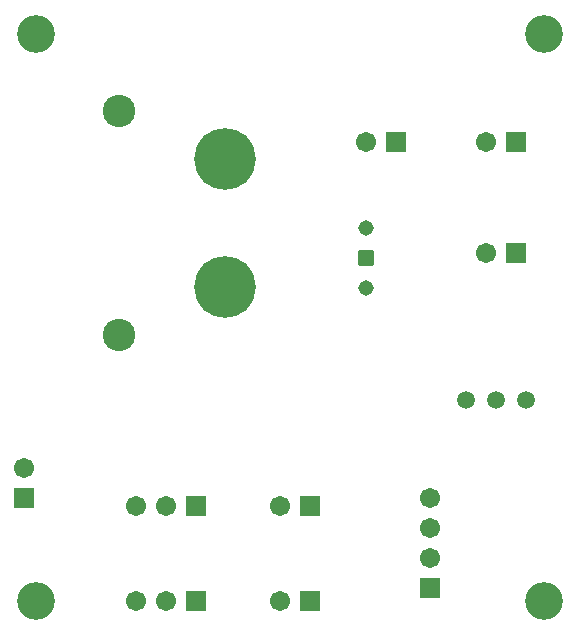
<source format=gbr>
%TF.GenerationSoftware,KiCad,Pcbnew,7.0.1*%
%TF.CreationDate,2023-09-17T16:52:06+09:00*%
%TF.ProjectId,Mix necessary function,4d697820-6e65-4636-9573-736172792066,rev?*%
%TF.SameCoordinates,Original*%
%TF.FileFunction,Soldermask,Bot*%
%TF.FilePolarity,Negative*%
%FSLAX46Y46*%
G04 Gerber Fmt 4.6, Leading zero omitted, Abs format (unit mm)*
G04 Created by KiCad (PCBNEW 7.0.1) date 2023-09-17 16:52:06*
%MOMM*%
%LPD*%
G01*
G04 APERTURE LIST*
G04 Aperture macros list*
%AMRoundRect*
0 Rectangle with rounded corners*
0 $1 Rounding radius*
0 $2 $3 $4 $5 $6 $7 $8 $9 X,Y pos of 4 corners*
0 Add a 4 corners polygon primitive as box body*
4,1,4,$2,$3,$4,$5,$6,$7,$8,$9,$2,$3,0*
0 Add four circle primitives for the rounded corners*
1,1,$1+$1,$2,$3*
1,1,$1+$1,$4,$5*
1,1,$1+$1,$6,$7*
1,1,$1+$1,$8,$9*
0 Add four rect primitives between the rounded corners*
20,1,$1+$1,$2,$3,$4,$5,0*
20,1,$1+$1,$4,$5,$6,$7,0*
20,1,$1+$1,$6,$7,$8,$9,0*
20,1,$1+$1,$8,$9,$2,$3,0*%
G04 Aperture macros list end*
%ADD10RoundRect,0.101600X-0.754000X0.754000X-0.754000X-0.754000X0.754000X-0.754000X0.754000X0.754000X0*%
%ADD11C,1.711200*%
%ADD12RoundRect,0.101600X-0.754000X-0.754000X0.754000X-0.754000X0.754000X0.754000X-0.754000X0.754000X0*%
%ADD13C,2.753200*%
%ADD14C,5.219200*%
%ADD15C,1.311200*%
%ADD16RoundRect,0.101600X0.554000X-0.554000X0.554000X0.554000X-0.554000X0.554000X-0.554000X-0.554000X0*%
%ADD17C,1.503200*%
%ADD18C,3.200000*%
G04 APERTURE END LIST*
D10*
%TO.C,LED*%
X160431100Y-127913600D03*
D11*
X160431100Y-125373600D03*
X160431100Y-122833600D03*
X160431100Y-120293600D03*
%TD*%
D12*
%TO.C,AZUSA*%
X167691100Y-99573600D03*
D11*
X165151100Y-99573600D03*
%TD*%
D12*
%TO.C,SW1*%
X167691100Y-90143600D03*
D11*
X165151100Y-90143600D03*
%TD*%
D12*
%TO.C,SW2*%
X157531100Y-90143600D03*
D11*
X154991100Y-90143600D03*
%TD*%
D13*
%TO.C,Lipo\uFF3FTHRU*%
X134101100Y-87553600D03*
X134101100Y-106453600D03*
D14*
X143001100Y-91553600D03*
X143001100Y-102453600D03*
%TD*%
D12*
%TO.C,AZUSA_CON1*%
X150271100Y-129003600D03*
D11*
X147731100Y-129003600D03*
%TD*%
D12*
%TO.C,SERVO1*%
X140541100Y-129003600D03*
D11*
X138001100Y-129003600D03*
X135461100Y-129003600D03*
%TD*%
D15*
%TO.C,U$1*%
X155001100Y-102543600D03*
X155001100Y-97463600D03*
D16*
X155001100Y-100003600D03*
%TD*%
D17*
%TO.C,LED_SW0*%
X168541100Y-112003600D03*
X163461100Y-112003600D03*
X166001100Y-112003600D03*
%TD*%
D12*
%TO.C,SERVO2*%
X140541100Y-121003600D03*
D11*
X138001100Y-121003600D03*
X135461100Y-121003600D03*
%TD*%
D12*
%TO.C,AZUSA_CON2*%
X150271100Y-121003600D03*
D11*
X147731100Y-121003600D03*
%TD*%
D18*
%TO.C,H1*%
X127001100Y-81003600D03*
%TD*%
%TO.C,H2*%
X170001100Y-81003600D03*
%TD*%
%TO.C,H3*%
X127001100Y-129003600D03*
%TD*%
%TO.C,H4*%
X170001100Y-129003600D03*
%TD*%
D10*
%TO.C,THRU*%
X126001100Y-120273600D03*
D11*
X126001100Y-117733600D03*
%TD*%
M02*

</source>
